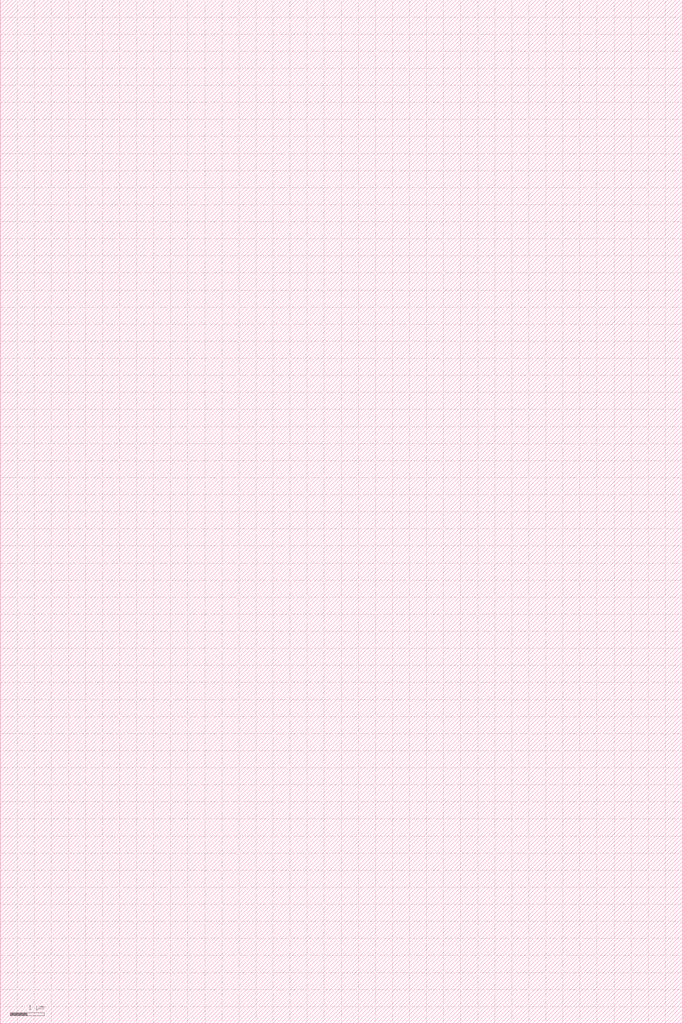
<source format=lef>
# Fake macros for testing
# class BLOCK, CORE WELLTAP, CORE SPACER

VERSION 5.8 ;
BUSBITCHARS "[]" ;
DIVIDERCHAR "/" ;

UNITS
  DATABASE MICRONS 2000 ;
END UNITS

MANUFACTURINGGRID 0.0050 ;

SITE FreePDK45_38x28_10R_NP_162NW_34O
  SYMMETRY y ;
  CLASS core ;
  SIZE 0.19 BY 1.4 ;
END FreePDK45_38x28_10R_NP_162NW_34O

SITE PAD
  CLASS PAD ;
  SIZE 1 BY 1 ;
END PAD

MACRO PAD1
  CLASS PAD ;
  ORIGIN 0 0 ;
  SIZE 20 BY 30 ;
  SYMMETRY X Y R90 ;
END PAD1

MACRO BLOCK1
  CLASS BLOCK ;
  ORIGIN 0 0 ;
  SIZE 2 BY 2 ;
  SYMMETRY Y ;
  PIN A
    DIRECTION INPUT ;
    ANTENNAPARTIALMETALAREA 0.02275 LAYER metal1 ;
    ANTENNAPARTIALMETALSIDEAREA 0.0793 LAYER metal1 ;
    ANTENNAGATEAREA 0.05225 ;
    PORT
      LAYER metal1 ;
        POLYGON 0.63 0.525 0.76 0.525 0.76 0.7 0.63 0.7  ;
    END
  END A
  PIN B
    DIRECTION INPUT ;
    ANTENNAPARTIALMETALAREA 0.021875 LAYER metal1 ;
    ANTENNAPARTIALMETALSIDEAREA 0.078 LAYER metal1 ;
    ANTENNAGATEAREA 0.05225 ;
    PORT
      LAYER metal1 ;
        POLYGON 0.44 0.525 0.565 0.525 0.565 0.7 0.44 0.7  ;
    END
  END B
  PIN C1
    DIRECTION INPUT ;
    ANTENNAPARTIALMETALAREA 0.021875 LAYER metal1 ;
    ANTENNAPARTIALMETALSIDEAREA 0.078 LAYER metal1 ;
    ANTENNAGATEAREA 0.05225 ;
    PORT
      LAYER metal1 ;
        POLYGON 0.06 0.525 0.185 0.525 0.185 0.7 0.06 0.7  ;
    END
  END C1
  PIN C2
    DIRECTION INPUT ;
    ANTENNAPARTIALMETALAREA 0.021875 LAYER metal1 ;
    ANTENNAPARTIALMETALSIDEAREA 0.078 LAYER metal1 ;
    ANTENNAGATEAREA 0.05225 ;
    PORT
      LAYER metal1 ;
        POLYGON 0.25 0.525 0.375 0.525 0.375 0.7 0.25 0.7  ;
    END
  END C2
  PIN ZN
    DIRECTION OUTPUT ;
    ANTENNAPARTIALMETALAREA 0.1862 LAYER metal1 ;
    ANTENNAPARTIALMETALSIDEAREA 0.6123 LAYER metal1 ;
    ANTENNADIFFAREA 0.2926 ;
    PORT
      LAYER metal1 ;
        POLYGON 1.375 0.15 1.445 0.15 1.445 0.56 1.75 0.56 1.75 0.15 1.82 0.15 1.82 1.175 1.75 1.175 1.75 0.7 1.445 0.7 1.445 1.175 1.375 1.175  ;
    END
  END ZN
  PIN VDD
    DIRECTION INOUT ;
    USE power ;
    SHAPE ABUTMENT ;
    PORT
      LAYER metal1 ;
        POLYGON 0 1.315 0.485 1.315 0.795 1.315 0.795 0.9 0.865 0.9 0.865 1.315 0.93 1.315 1.175 1.315 1.175 0.9 1.245 0.9 1.245 1.315 1.31 1.315 1.555 1.315 1.555 0.9 1.625 0.9 1.625 1.315 1.935 1.315 1.935 0.9 2.005 0.9 2.005 1.315 2.09 1.315 2.09 1.485 1.31 1.485 0.93 1.485 0.485 1.485 0 1.485  ;
    END
  END VDD
  PIN VSS
    DIRECTION INOUT ;
    USE ground ;
    SHAPE ABUTMENT ;
    PORT
      LAYER metal1 ;
        POLYGON 0 -0.085 2.09 -0.085 2.09 0.085 2.005 0.085 2.005 0.425 1.935 0.425 1.935 0.085 1.625 0.085 1.625 0.425 1.555 0.425 1.555 0.085 1.245 0.085 1.245 0.425 1.175 0.425 1.175 0.085 0.865 0.085 0.865 0.285 0.795 0.285 0.795 0.085 0.485 0.085 0.485 0.285 0.415 0.285 0.415 0.085 0 0.085  ;
    END
  END VSS
  OBS
      LAYER metal1 ;
        POLYGON 0.045 0.9 0.115 0.9 0.115 1.18 0.415 1.18 0.415 0.9 0.485 0.9 0.485 1.25 0.045 1.25  ;
        POLYGON 0.235 0.765 0.86 0.765 0.86 0.46 0.045 0.46 0.045 0.15 0.115 0.15 0.115 0.39 0.605 0.39 0.605 0.15 0.675 0.15 0.675 0.39 0.93 0.39 0.93 0.835 0.305 0.835 0.305 1.115 0.235 1.115  ;
        POLYGON 0.995 0.15 1.065 0.15 1.065 0.525 1.31 0.525 1.31 0.66 1.065 0.66 1.065 1.175 0.995 1.175  ;
  END
END BLOCK1

MACRO WELLTAP1
  CLASS CORE WELLTAP ;
  ORIGIN 0 0 ;
  SYMMETRY X Y ;
  SITE FreePDK45_38x28_10R_NP_162NW_34O ;
  SIZE 0.19 BY 1.4 ;
  PIN VDD
    DIRECTION INOUT ;
    USE power ;
    SHAPE ABUTMENT ;
    PORT
      LAYER metal1 ;
        POLYGON 0 1.315 0.04 1.315 0.04 0.975 0.11 0.975 0.11 1.315 0.415 1.315 0.415 0.975 0.485 0.975 0.485 1.315 0.545 1.315 0.795 1.315 0.795 0.975 0.865 0.975 0.865 1.315 0.95 1.315 0.95 1.485 0.545 1.485 0 1.485  ;
    END
  END VDD
  PIN VSS
    DIRECTION INOUT ;
    USE ground ;
    SHAPE ABUTMENT ;
    PORT
      LAYER metal1 ;
        POLYGON 0 -0.085 0.95 -0.085 0.95 0.085 0.865 0.085 0.865 0.425 0.795 0.425 0.795 0.085 0.485 0.085 0.485 0.285 0.415 0.285 0.415 0.085 0 0.085  ;
    END
  END VSS
  OBS
      LAYER metal1 ;
        POLYGON 0.235 0.84 0.475 0.84 0.475 0.46 0.045 0.46 0.045 0.15 0.115 0.15 0.115 0.39 0.545 0.39 0.545 0.91 0.305 0.91 0.305 1.25 0.235 1.25  ;
  END
END WELLTAP1

MACRO SPACER1
  CLASS CORE SPACER ;
  ORIGIN 0 0 ;
  SYMMETRY X Y ;
  SITE FreePDK45_38x28_10R_NP_162NW_34O ;
  SIZE 0.19 BY 1.4 ;
  PIN VDD
    DIRECTION INOUT ;
    USE power ;
    SHAPE ABUTMENT ;
    PORT
      LAYER metal1 ;
        POLYGON 0 1.315 0.04 1.315 0.04 0.975 0.11 0.975 0.11 1.315 0.415 1.315 0.415 0.975 0.485 0.975 0.485 1.315 0.545 1.315 0.795 1.315 0.795 0.975 0.865 0.975 0.865 1.315 0.95 1.315 0.95 1.485 0.545 1.485 0 1.485  ;
    END
  END VDD
  PIN VSS
    DIRECTION INOUT ;
    USE ground ;
    SHAPE ABUTMENT ;
    PORT
      LAYER metal1 ;
        POLYGON 0 -0.085 0.95 -0.085 0.95 0.085 0.865 0.085 0.865 0.425 0.795 0.425 0.795 0.085 0.485 0.085 0.485 0.285 0.415 0.285 0.415 0.085 0 0.085  ;
    END
  END VSS
  OBS
      LAYER metal1 ;
        POLYGON 0.235 0.84 0.475 0.84 0.475 0.46 0.045 0.46 0.045 0.15 0.115 0.15 0.115 0.39 0.545 0.39 0.545 0.91 0.305 0.91 0.305 1.25 0.235 1.25  ;
  END
END SPACER1

END LIBRARY
#
# End of file
#

</source>
